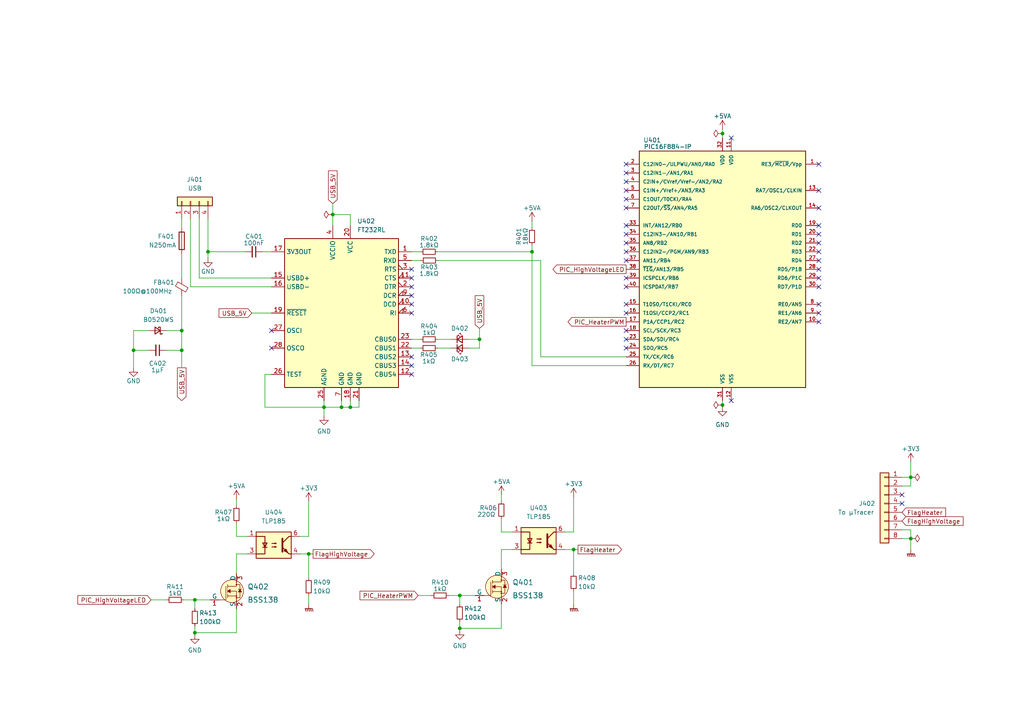
<source format=kicad_sch>
(kicad_sch (version 20211123) (generator eeschema)
  (paper "A4")
  (title_block (title "µTracer PIC Interface") (date "2023-01-04") (company "Retronics - Bjørner Sandom"))
  (lib_symbols
    (symbol "Connector_Generic:Conn_01x04" (pin_names (offset 1.016) hide)
      (property "Reference" "J" (at 0 5.08 0))
      (property "Value" "Conn_01x04" (at 0 -7.62 0))
      (symbol "Conn_01x04_1_1"
        (rectangle (start -1.27 -4.953) (end 0 -5.207) (stroke (width 0.1524)))
        (rectangle (start -1.27 -2.413) (end 0 -2.667) (stroke (width 0.1524)))
        (rectangle (start -1.27 0.127) (end 0 -0.127) (stroke (width 0.1524)))
        (rectangle (start -1.27 2.667) (end 0 2.413) (stroke (width 0.1524)))
        (rectangle (start -1.27 3.81) (end 1.27 -6.35) (stroke (width 0.254)) (fill (type background)))
        (pin passive line (at -5.08 2.54 0) (length 3.81) (name "Pin_1") (number "1"))
        (pin passive line (at -5.08 0 0) (length 3.81) (name "Pin_2") (number "2"))
        (pin passive line (at -5.08 -2.54 0) (length 3.81) (name "Pin_3") (number "3"))
        (pin passive line (at -5.08 -5.08 0) (length 3.81) (name "Pin_4") (number "4"))
      )
    )
    (symbol "Connector_Generic:Conn_01x08" (pin_names (offset 1.016) hide)
      (property "Reference" "J" (at 0 10.16 0))
      (property "Value" "Conn_01x08" (at 0 -12.7 0))
      (symbol "Conn_01x08_1_1"
        (rectangle (start -1.27 -10.033) (end 0 -10.287) (stroke (width 0.1524)))
        (rectangle (start -1.27 -7.493) (end 0 -7.747) (stroke (width 0.1524)))
        (rectangle (start -1.27 -4.953) (end 0 -5.207) (stroke (width 0.1524)))
        (rectangle (start -1.27 -2.413) (end 0 -2.667) (stroke (width 0.1524)))
        (rectangle (start -1.27 0.127) (end 0 -0.127) (stroke (width 0.1524)))
        (rectangle (start -1.27 2.667) (end 0 2.413) (stroke (width 0.1524)))
        (rectangle (start -1.27 5.207) (end 0 4.953) (stroke (width 0.1524)))
        (rectangle (start -1.27 7.747) (end 0 7.493) (stroke (width 0.1524)))
        (rectangle (start -1.27 8.89) (end 1.27 -11.43) (stroke (width 0.254)) (fill (type background)))
        (pin passive line (at -5.08 7.62 0) (length 3.81) (name "Pin_1") (number "1"))
        (pin passive line (at -5.08 5.08 0) (length 3.81) (name "Pin_2") (number "2"))
        (pin passive line (at -5.08 2.54 0) (length 3.81) (name "Pin_3") (number "3"))
        (pin passive line (at -5.08 0 0) (length 3.81) (name "Pin_4") (number "4"))
        (pin passive line (at -5.08 -2.54 0) (length 3.81) (name "Pin_5") (number "5"))
        (pin passive line (at -5.08 -5.08 0) (length 3.81) (name "Pin_6") (number "6"))
        (pin passive line (at -5.08 -7.62 0) (length 3.81) (name "Pin_7") (number "7"))
        (pin passive line (at -5.08 -10.16 0) (length 3.81) (name "Pin_8") (number "8"))
      )
    )
    (symbol "Device:C_Small" (pin_numbers hide) (pin_names (offset 0.254) hide)
      (property "Reference" "C" (at 0.254 1.778 0))
      (property "Value" "C_Small" (at 0.254 -2.032 0))
      (symbol "C_Small_0_1"
        (polyline (pts (xy -1.524 -0.508) (xy 1.524 -0.508)) (stroke (width 0.3302)))
        (polyline (pts (xy -1.524 0.508) (xy 1.524 0.508)) (stroke (width 0.3048)))
      )
      (symbol "C_Small_1_1"
        (pin passive line (at 0 2.54 270) (length 2.032) (name "~") (number "1"))
        (pin passive line (at 0 -2.54 90) (length 2.032) (name "~") (number "2"))
      )
    )
    (symbol "Device:D_Schottky_Small" (pin_numbers hide) (pin_names (offset 0.254) hide)
      (property "Reference" "D" (at -1.27 2.032 0))
      (property "Value" "D_Schottky_Small" (at -7.112 -2.032 0))
      (symbol "D_Schottky_Small_0_1"
        (polyline (pts (xy -0.762 0) (xy 0.762 0)))
        (polyline (pts (xy 0.762 -1.016) (xy -0.762 0) (xy 0.762 1.016) (xy 0.762 -1.016)) (stroke (width 0.254)))
        (polyline (pts (xy -1.27 0.762) (xy -1.27 1.016) (xy -0.762 1.016) (xy -0.762 -1.016) (xy -0.254 -1.016) (xy -0.254 -0.762)) (stroke (width 0.254)))
      )
      (symbol "D_Schottky_Small_1_1"
        (pin passive line (at -2.54 0 0) (length 1.778) (name "K") (number "1"))
        (pin passive line (at 2.54 0 180) (length 1.778) (name "A") (number "2"))
      )
    )
    (symbol "Device:FerriteBead_Small" (pin_numbers hide) (pin_names (offset 0))
      (property "Reference" "FB" (at 1.905 1.27 0))
      (property "Value" "FerriteBead_Small" (at 1.905 -1.27 0))
      (symbol "FerriteBead_Small_0_1"
        (polyline (pts (xy 0 -1.27) (xy 0 -0.7874)))
        (polyline (pts (xy 0 0.889) (xy 0 1.2954)))
        (polyline (pts (xy -1.8288 0.2794) (xy -1.1176 1.4986) (xy 1.8288 -0.2032) (xy 1.1176 -1.4224) (xy -1.8288 0.2794)))
      )
      (symbol "FerriteBead_Small_1_1"
        (pin passive line (at 0 2.54 270) (length 1.27) (name "~") (number "1"))
        (pin passive line (at 0 -2.54 90) (length 1.27) (name "~") (number "2"))
      )
    )
    (symbol "Device:Fuse" (pin_numbers hide) (pin_names (offset 0))
      (property "Reference" "F" (at 2.032 0 90))
      (property "Value" "Fuse" (at -1.905 0 90))
      (symbol "Fuse_0_1"
        (rectangle (start -0.762 -2.54) (end 0.762 2.54) (stroke (width 0.254)))
        (polyline (pts (xy 0 2.54) (xy 0 -2.54)))
      )
      (symbol "Fuse_1_1"
        (pin passive line (at 0 3.81 270) (length 1.27) (name "~") (number "1"))
        (pin passive line (at 0 -3.81 90) (length 1.27) (name "~") (number "2"))
      )
    )
    (symbol "Device:LED_Small" (pin_numbers hide) (pin_names (offset 0.254) hide)
      (property "Reference" "D" (at -1.27 3.175 0))
      (property "Value" "LED_Small" (at -4.445 -2.54 0))
      (symbol "LED_Small_0_1"
        (polyline (pts (xy -0.762 -1.016) (xy -0.762 1.016)) (stroke (width 0.254)))
        (polyline (pts (xy 1.016 0) (xy -0.762 0)))
        (polyline (pts (xy 0.762 -1.016) (xy -0.762 0) (xy 0.762 1.016) (xy 0.762 -1.016)) (stroke (width 0.254)))
        (polyline (pts (xy 0 0.762) (xy -0.508 1.27) (xy -0.254 1.27) (xy -0.508 1.27) (xy -0.508 1.016)))
        (polyline (pts (xy 0.508 1.27) (xy 0 1.778) (xy 0.254 1.778) (xy 0 1.778) (xy 0 1.524)))
      )
      (symbol "LED_Small_1_1"
        (pin passive line (at -2.54 0 0) (length 1.778) (name "K") (number "1"))
        (pin passive line (at 2.54 0 180) (length 1.778) (name "A") (number "2"))
      )
    )
    (symbol "Device:R_Small" (pin_numbers hide) (pin_names (offset 0.254) hide)
      (property "Reference" "R" (at 0.762 0.508 0))
      (property "Value" "R_Small" (at 0.762 -1.016 0))
      (symbol "R_Small_0_1"
        (rectangle (start -0.762 1.778) (end 0.762 -1.778) (stroke (width 0.2032)))
      )
      (symbol "R_Small_1_1"
        (pin passive line (at 0 2.54 270) (length 0.762) (name "~") (number "1"))
        (pin passive line (at 0 -2.54 90) (length 0.762) (name "~") (number "2"))
      )
    )
    (symbol "Interface_USB:FT232RL"
      (property "Reference" "U" (at -16.51 22.86 0))
      (property "Value" "FT232RL" (at 10.16 22.86 0))
      (symbol "FT232RL_0_1"
        (rectangle (start -16.51 21.59) (end 16.51 -21.59) (stroke (width 0.254)) (fill (type background)))
      )
      (symbol "FT232RL_1_1"
        (pin output line (at 20.32 17.78 180) (length 3.81) (name "TXD") (number "1"))
        (pin input input_low (at 20.32 2.54 180) (length 3.81) (name "DCD") (number "10"))
        (pin input input_low (at 20.32 10.16 180) (length 3.81) (name "CTS") (number "11"))
        (pin bidirectional line (at 20.32 -17.78 180) (length 3.81) (name "CBUS4") (number "12"))
        (pin bidirectional line (at 20.32 -12.7 180) (length 3.81) (name "CBUS2") (number "13"))
        (pin bidirectional line (at 20.32 -15.24 180) (length 3.81) (name "CBUS3") (number "14"))
        (pin bidirectional line (at -20.32 10.16 0) (length 3.81) (name "USBD+") (number "15"))
        (pin bidirectional line (at -20.32 7.62 0) (length 3.81) (name "USBD-") (number "16"))
        (pin power_out line (at -20.32 17.78 0) (length 3.81) (name "3V3OUT") (number "17"))
        (pin power_in line (at 2.54 -25.4 90) (length 3.81) (name "GND") (number "18"))
        (pin input line (at -20.32 0 0) (length 3.81) (name "~{RESET}") (number "19"))
        (pin output output_low (at 20.32 7.62 180) (length 3.81) (name "DTR") (number "2"))
        (pin power_in line (at 2.54 25.4 270) (length 3.81) (name "VCC") (number "20"))
        (pin power_in line (at 5.08 -25.4 90) (length 3.81) (name "GND") (number "21"))
        (pin bidirectional line (at 20.32 -10.16 180) (length 3.81) (name "CBUS1") (number "22"))
        (pin bidirectional line (at 20.32 -7.62 180) (length 3.81) (name "CBUS0") (number "23"))
        (pin power_in line (at -5.08 -25.4 90) (length 3.81) (name "AGND") (number "25"))
        (pin input line (at -20.32 -17.78 0) (length 3.81) (name "TEST") (number "26"))
        (pin input line (at -20.32 -5.08 0) (length 3.81) (name "OSCI") (number "27"))
        (pin output line (at -20.32 -10.16 0) (length 3.81) (name "OSCO") (number "28"))
        (pin output output_low (at 20.32 12.7 180) (length 3.81) (name "RTS") (number "3"))
        (pin power_in line (at -2.54 25.4 270) (length 3.81) (name "VCCIO") (number "4"))
        (pin input line (at 20.32 15.24 180) (length 3.81) (name "RXD") (number "5"))
        (pin input input_low (at 20.32 0 180) (length 3.81) (name "RI") (number "6"))
        (pin power_in line (at 0 -25.4 90) (length 3.81) (name "GND") (number "7"))
        (pin input input_low (at 20.32 5.08 180) (length 3.81) (name "DCR") (number "9"))
      )
    )
    (symbol "Isolator:TLP185"
      (property "Reference" "U" (at -5.08 5.08 0))
      (property "Value" "TLP185" (at -5.08 -5.08 0))
      (symbol "TLP185_0_1"
        (rectangle (start -5.08 3.81) (end 5.08 -3.81) (stroke (width 0.254)) (fill (type background)))
        (polyline (pts (xy -3.175 -0.635) (xy -1.905 -0.635)) (stroke (width 0.254)))
        (polyline (pts (xy 2.54 1.905) (xy 2.54 -1.905) (xy 2.54 -1.905)) (stroke (width 0.508)))
        (polyline (pts (xy 5.08 -2.54) (xy 4.445 -2.54) (xy 2.54 -0.635)) (stroke (width 0.254)))
        (polyline (pts (xy 5.08 2.54) (xy 4.445 2.54) (xy 2.54 0.635)) (stroke (width 0.254)))
        (polyline (pts (xy -5.08 -2.54) (xy -2.54 -2.54) (xy -2.54 2.54) (xy -5.08 2.54)) (stroke (width 0.254)))
        (polyline (pts (xy -2.54 -0.635) (xy -3.175 0.635) (xy -1.905 0.635) (xy -2.54 -0.635)) (stroke (width 0.254)))
        (polyline (pts (xy -0.508 -0.508) (xy 0.762 -0.508) (xy 0.381 -0.635) (xy 0.381 -0.381) (xy 0.762 -0.508)) (stroke (width 0.254)))
        (polyline (pts (xy -0.508 0.508) (xy 0.762 0.508) (xy 0.381 0.381) (xy 0.381 0.635) (xy 0.762 0.508)) (stroke (width 0.254)))
        (polyline (pts (xy 3.048 -1.651) (xy 3.556 -1.143) (xy 4.064 -2.159) (xy 3.048 -1.651) (xy 3.048 -1.651)) (stroke (width 0.254)) (fill (type outline)))
      )
      (symbol "TLP185_1_1"
        (pin passive line (at -7.62 2.54 0) (length 2.54) (name "~") (number "1"))
        (pin passive line (at -7.62 -2.54 0) (length 2.54) (name "~") (number "3"))
        (pin passive line (at 7.62 -2.54 180) (length 2.54) (name "~") (number "4"))
        (pin passive line (at 7.62 2.54 180) (length 2.54) (name "~") (number "6"))
      )
    )
    (symbol "MCU_Microchip_PIC16:PIC16F884-IP" (pin_names (offset 1.016))
      (property "Reference" "U" (at 6.35 38.1 0))
      (property "Value" "PIC16F884-IP" (at 6.35 35.56 0))
      (symbol "PIC16F884-IP_0_1"
        (rectangle (start -24.13 -34.29) (end 24.13 34.29) (stroke (width 0.254)) (fill (type background)))
      )
      (symbol "PIC16F884-IP_1_1"
        (pin input line (at -27.94 30.48 0) (length 3.81) (name "RE3/~{MCLR}/Vpp") (number "1"))
        (pin bidirectional line (at -27.94 -15.24 0) (length 3.81) (name "RE2/AN7") (number "10"))
        (pin power_in line (at -2.54 38.1 270) (length 3.81) (name "VDD") (number "11"))
        (pin power_in line (at -2.54 -38.1 90) (length 3.81) (name "VSS") (number "12"))
        (pin bidirectional line (at -27.94 22.86 0) (length 3.81) (name "RA7/OSC1/CLKIN") (number "13"))
        (pin bidirectional line (at -27.94 17.78 0) (length 3.81) (name "RA6/OSC2/CLKOUT") (number "14"))
        (pin bidirectional line (at 27.94 -10.16 180) (length 3.81) (name "T10S0/T1CKI/RC0") (number "15"))
        (pin bidirectional line (at 27.94 -12.7 180) (length 3.81) (name "T1OSI/CCP2/RC1") (number "16"))
        (pin bidirectional line (at 27.94 -15.24 180) (length 3.81) (name "P1A/CCP1/RC2") (number "17"))
        (pin bidirectional line (at 27.94 -17.78 180) (length 3.81) (name "SCL/SCK/RC3") (number "18"))
        (pin bidirectional line (at -27.94 12.7 0) (length 3.81) (name "RD0") (number "19"))
        (pin bidirectional line (at 27.94 30.48 180) (length 3.81) (name "C12IN0-/ULPWU/AN0/RA0") (number "2"))
        (pin bidirectional line (at -27.94 10.16 0) (length 3.81) (name "RD1") (number "20"))
        (pin bidirectional line (at -27.94 7.62 0) (length 3.81) (name "RD2") (number "21"))
        (pin bidirectional line (at -27.94 5.08 0) (length 3.81) (name "RD3") (number "22"))
        (pin bidirectional line (at 27.94 -20.32 180) (length 3.81) (name "SDA/SDI/RC4") (number "23"))
        (pin bidirectional line (at 27.94 -22.86 180) (length 3.81) (name "SDO/RC5") (number "24"))
        (pin bidirectional line (at 27.94 -25.4 180) (length 3.81) (name "TX/CK/RC6") (number "25"))
        (pin bidirectional line (at 27.94 -27.94 180) (length 3.81) (name "RX/DT/RC7") (number "26"))
        (pin bidirectional line (at -27.94 2.54 0) (length 3.81) (name "RD4") (number "27"))
        (pin bidirectional line (at -27.94 0 0) (length 3.81) (name "RD5/P1B") (number "28"))
        (pin bidirectional line (at -27.94 -2.54 0) (length 3.81) (name "RD6/P1C") (number "29"))
        (pin bidirectional line (at 27.94 27.94 180) (length 3.81) (name "C12IN1-/AN1/RA1") (number "3"))
        (pin bidirectional line (at -27.94 -5.08 0) (length 3.81) (name "RD7/P1D") (number "30"))
        (pin power_in line (at 0 -38.1 90) (length 3.81) (name "VSS") (number "31"))
        (pin power_in line (at 0 38.1 270) (length 3.81) (name "VDD") (number "32"))
        (pin bidirectional line (at 27.94 12.7 180) (length 3.81) (name "INT/AN12/RB0") (number "33"))
        (pin bidirectional line (at 27.94 10.16 180) (length 3.81) (name "C12IN3-/AN10/RB1") (number "34"))
        (pin bidirectional line (at 27.94 7.62 180) (length 3.81) (name "AN8/RB2") (number "35"))
        (pin bidirectional line (at 27.94 5.08 180) (length 3.81) (name "C12IN2-/PGM/AN9/RB3") (number "36"))
        (pin bidirectional line (at 27.94 2.54 180) (length 3.81) (name "AN11/RB4") (number "37"))
        (pin bidirectional line (at 27.94 0 180) (length 3.81) (name "~{T1G}/AN13/RB5") (number "38"))
        (pin bidirectional line (at 27.94 -2.54 180) (length 3.81) (name "ICSPCLK/RB6") (number "39"))
        (pin bidirectional line (at 27.94 25.4 180) (length 3.81) (name "C2IN+/CVref/Vref-/AN2/RA2") (number "4"))
        (pin bidirectional line (at 27.94 -5.08 180) (length 3.81) (name "ICSPDAT/RB7") (number "40"))
        (pin bidirectional line (at 27.94 22.86 180) (length 3.81) (name "C1IN+/Vref+/AN3/RA3") (number "5"))
        (pin bidirectional line (at 27.94 20.32 180) (length 3.81) (name "C1OUT/T0CKI/RA4") (number "6"))
        (pin bidirectional line (at 27.94 17.78 180) (length 3.81) (name "C2OUT/~{SS}/AN4/RA5") (number "7"))
        (pin bidirectional line (at -27.94 -10.16 0) (length 3.81) (name "RE0/AN5") (number "8"))
        (pin bidirectional line (at -27.94 -12.7 0) (length 3.81) (name "RE1/AN6") (number "9"))
      )
    )
    (symbol "dk_Transistors-FETs-MOSFETs-Single:BSS138" (pin_names (offset 0))
      (property "Reference" "Q" (at -2.6924 3.6322 0))
      (property "Value" "BSS138" (at 3.4544 0 90))
      (symbol "BSS138_0_1"
        (circle (center -1.27 0) (radius 3.302) (fill (type background)))
        (circle (center 0 -1.905) (radius 0.127))
        (circle (center 0 -1.397) (radius 0.127))
        (polyline (pts (xy 0 -1.397) (xy -2.54 -1.397)))
        (polyline (pts (xy -5.08 -2.54) (xy -3.048 -2.54) (xy -3.048 1.397)))
        (polyline (pts (xy 0 -2.54) (xy 0 0) (xy -2.54 0)))
        (polyline (pts (xy 0 2.54) (xy 0 1.397) (xy -2.54 1.397)))
        (polyline (pts (xy -0.127 -1.905) (xy 1.016 -1.905) (xy 1.016 1.397) (xy 1.016 1.905) (xy -0.127 1.905)))
        (circle (center 0 1.905) (radius 0.127))
      )
      (symbol "BSS138_1_1"
        (polyline (pts (xy -2.54 -1.397) (xy -2.54 -1.905)))
        (polyline (pts (xy -2.54 -1.397) (xy -2.54 -0.889)))
        (polyline (pts (xy -2.54 0) (xy -2.54 -0.508)))
        (polyline (pts (xy -2.54 0) (xy -2.54 0.508)))
        (polyline (pts (xy -2.54 1.905) (xy -2.54 0.889)))
        (polyline (pts (xy 1.524 0.508) (xy 0.508 0.508)))
        (polyline (pts (xy -2.54 0) (xy -1.778 0.508) (xy -1.778 -0.508) (xy -2.54 0)) (fill (type outline)))
        (polyline (pts (xy 1.016 0.508) (xy 0.508 -0.254) (xy 1.524 -0.254) (xy 1.016 0.508)) (fill (type outline)))
        (pin bidirectional line (at -7.62 -2.54 0) (length 2.54) (name "G") (number "1"))
        (pin bidirectional line (at 0 -5.08 90) (length 2.54) (name "S") (number "2"))
        (pin bidirectional line (at 0 5.08 270) (length 2.54) (name "D") (number "3"))
      )
    )
    (symbol "power:+3.3V" (power) (pin_names (offset 0))
      (property "Value" "+3.3V" (at 0 3.556 0))
      (symbol "+3.3V_0_1"
        (polyline (pts (xy -0.762 1.27) (xy 0 2.54)))
        (polyline (pts (xy 0 0) (xy 0 2.54)))
        (polyline (pts (xy 0 2.54) (xy 0.762 1.27)))
      )
      (symbol "+3.3V_1_1"
        (pin power_in line (at 0 0 90) (length 0) hide (name "+3V3") (number "1"))
      )
    )
    (symbol "power:+5VA" (power) (pin_names (offset 0))
      (property "Value" "+5VA" (at 0 3.556 0))
      (symbol "+5VA_0_1"
        (polyline (pts (xy -0.762 1.27) (xy 0 2.54)))
        (polyline (pts (xy 0 0) (xy 0 2.54)))
        (polyline (pts (xy 0 2.54) (xy 0.762 1.27)))
      )
      (symbol "+5VA_1_1"
        (pin power_in line (at 0 0 90) (length 0) hide (name "+5VA") (number "1"))
      )
    )
    (symbol "power:GND" (power) (pin_names (offset 0))
      (property "Value" "GND" (at 0 -3.81 0))
      (symbol "GND_0_1"
        (polyline (pts (xy 0 0) (xy 0 -1.27) (xy 1.27 -1.27) (xy 0 -2.54) (xy -1.27 -1.27) (xy 0 -1.27)))
      )
      (symbol "GND_1_1"
        (pin power_in line (at 0 0 270) (length 0) hide (name "GND") (number "1"))
      )
    )
    (symbol "power:GNDPWR" (power) (pin_names (offset 0))
      (property "Value" "GNDPWR" (at 0 -3.302 0))
      (symbol "GNDPWR_0_1"
        (polyline (pts (xy 0 -1.27) (xy 0 0)))
        (polyline (pts (xy -1.016 -1.27) (xy -1.27 -2.032) (xy -1.27 -2.032)) (stroke (width 0.2032)))
        (polyline (pts (xy -0.508 -1.27) (xy -0.762 -2.032) (xy -0.762 -2.032)) (stroke (width 0.2032)))
        (polyline (pts (xy 0 -1.27) (xy -0.254 -2.032) (xy -0.254 -2.032)) (stroke (width 0.2032)))
        (polyline (pts (xy 0.508 -1.27) (xy 0.254 -2.032) (xy 0.254 -2.032)) (stroke (width 0.2032)))
        (polyline (pts (xy 1.016 -1.27) (xy -1.016 -1.27) (xy -1.016 -1.27)) (stroke (width 0.2032)))
        (polyline (pts (xy 1.016 -1.27) (xy 0.762 -2.032) (xy 0.762 -2.032) (xy 0.762 -2.032)) (stroke (width 0.2032)))
      )
      (symbol "GNDPWR_1_1"
        (pin power_in line (at 0 0 270) (length 0) hide (name "GNDPWR") (number "1"))
      )
    )
    (symbol "power:PWR_FLAG" (power) (pin_numbers hide) (pin_names (offset 0) hide)
      (property "Value" "PWR_FLAG" (at 0 3.81 0))
      (symbol "PWR_FLAG_0_0"
        (pin power_out line (at 0 0 90) (length 0) (name "pwr") (number "1"))
      )
      (symbol "PWR_FLAG_0_1"
        (polyline (pts (xy 0 0) (xy 0 1.27) (xy -1.016 1.905) (xy 0 2.54) (xy 1.016 1.905) (xy 0 1.27)))
      )
    )
  )
  (junction (at 209.55 38.735))
  (junction (at 99.06 118.11))
  (junction (at 38.735 101.6))
  (junction (at 93.98 118.11))
  (junction (at 56.515 173.99))
  (junction (at 154.305 73.025))
  (junction (at 166.37 159.385))
  (junction (at 264.16 156.21))
  (junction (at 52.705 101.6))
  (junction (at 89.535 160.655))
  (junction (at 264.16 138.43))
  (junction (at 133.35 172.72))
  (junction (at 52.705 95.885))
  (junction (at 209.55 117.475))
  (junction (at 101.6 118.11))
  (junction (at 139.065 98.425))
  (junction (at 60.325 73.025))
  (junction (at 133.35 182.245))
  (junction (at 56.515 183.515))
  (junction (at 96.52 62.23))
  (no_connect (at 237.49 90.805))
  (no_connect (at 237.49 93.345))
  (no_connect (at 237.49 88.265))
  (no_connect (at 181.61 47.625))
  (no_connect (at 237.49 65.405))
  (no_connect (at 119.38 78.105))
  (no_connect (at 237.49 47.625))
  (no_connect (at 181.61 73.025))
  (no_connect (at 181.61 67.945))
  (no_connect (at 181.61 90.805))
  (no_connect (at 78.74 95.885))
  (no_connect (at 237.49 60.325))
  (no_connect (at 78.74 100.965))
  (no_connect (at 181.61 100.965))
  (no_connect (at 181.61 52.705))
  (no_connect (at 212.09 40.005))
  (no_connect (at 237.49 70.485))
  (no_connect (at 119.38 90.805))
  (no_connect (at 181.61 80.645))
  (no_connect (at 181.61 88.265))
  (no_connect (at 181.61 55.245))
  (no_connect (at 181.61 50.165))
  (no_connect (at 119.38 106.045))
  (no_connect (at 119.38 88.265))
  (no_connect (at 181.61 60.325))
  (no_connect (at 181.61 98.425))
  (no_connect (at 237.49 73.025))
  (no_connect (at 237.49 75.565))
  (no_connect (at 181.61 57.785))
  (no_connect (at 237.49 78.105))
  (no_connect (at 119.38 80.645))
  (no_connect (at 261.62 143.51))
  (no_connect (at 261.62 146.05))
  (no_connect (at 237.49 83.185))
  (no_connect (at 212.09 116.205))
  (no_connect (at 119.38 83.185))
  (no_connect (at 181.61 95.885))
  (no_connect (at 237.49 80.645))
  (no_connect (at 119.38 108.585))
  (no_connect (at 119.38 85.725))
  (no_connect (at 237.49 55.245))
  (no_connect (at 119.38 103.505))
  (no_connect (at 237.49 67.945))
  (no_connect (at 181.61 83.185))
  (no_connect (at 181.61 70.485))
  (no_connect (at 181.61 75.565))
  (no_connect (at 181.61 65.405))
  (wire (pts (xy 145.415 143.51) (xy 145.415 145.415)))
  (wire (pts (xy 89.535 160.655) (xy 89.535 167.64)))
  (wire (pts (xy 135.89 98.425) (xy 139.065 98.425)))
  (wire (pts (xy 209.55 116.205) (xy 209.55 117.475)))
  (wire (pts (xy 133.35 175.26) (xy 133.35 172.72)))
  (wire (pts (xy 121.92 73.025) (xy 119.38 73.025)))
  (wire (pts (xy 76.835 108.585) (xy 76.835 118.11)))
  (wire (pts (xy 145.415 159.385) (xy 148.59 159.385)))
  (wire (pts (xy 52.705 73.66) (xy 52.705 80.645)))
  (wire (pts (xy 60.325 63.5) (xy 60.325 73.025)))
  (wire (pts (xy 48.26 95.885) (xy 52.705 95.885)))
  (wire (pts (xy 89.535 172.72) (xy 89.535 175.26)))
  (wire (pts (xy 154.305 106.045) (xy 154.305 73.025)))
  (wire (pts (xy 56.515 183.515) (xy 56.515 181.61)))
  (wire (pts (xy 209.55 117.475) (xy 209.55 118.11)))
  (wire (pts (xy 181.61 106.045) (xy 154.305 106.045)))
  (wire (pts (xy 209.55 37.465) (xy 209.55 38.735)))
  (wire (pts (xy 93.98 118.11) (xy 93.98 120.65)))
  (wire (pts (xy 57.785 80.645) (xy 78.74 80.645)))
  (wire (pts (xy 52.705 95.885) (xy 52.705 101.6)))
  (wire (pts (xy 60.325 73.025) (xy 60.325 74.93)))
  (wire (pts (xy 96.52 62.23) (xy 96.52 65.405)))
  (wire (pts (xy 133.35 172.72) (xy 137.795 172.72)))
  (wire (pts (xy 38.735 101.6) (xy 38.735 106.68)))
  (wire (pts (xy 154.305 73.025) (xy 127 73.025)))
  (wire (pts (xy 38.735 101.6) (xy 43.18 101.6)))
  (wire (pts (xy 55.245 83.185) (xy 78.74 83.185)))
  (wire (pts (xy 68.58 160.655) (xy 71.755 160.655)))
  (wire (pts (xy 133.35 182.88) (xy 133.35 182.245)))
  (wire (pts (xy 163.83 154.305) (xy 166.37 154.305)))
  (wire (pts (xy 139.065 100.965) (xy 135.89 100.965)))
  (wire (pts (xy 139.065 95.25) (xy 139.065 98.425)))
  (wire (pts (xy 76.2 73.025) (xy 78.74 73.025)))
  (wire (pts (xy 52.705 63.5) (xy 52.705 66.04)))
  (wire (pts (xy 145.415 150.495) (xy 145.415 154.305)))
  (wire (pts (xy 264.16 138.43) (xy 261.62 138.43)))
  (wire (pts (xy 93.98 116.205) (xy 93.98 118.11)))
  (wire (pts (xy 154.305 71.12) (xy 154.305 73.025)))
  (wire (pts (xy 96.52 59.055) (xy 96.52 62.23)))
  (wire (pts (xy 119.38 98.425) (xy 121.92 98.425)))
  (wire (pts (xy 133.35 182.245) (xy 145.415 182.245)))
  (wire (pts (xy 52.705 101.6) (xy 52.705 106.68)))
  (wire (pts (xy 55.245 63.5) (xy 55.245 83.185)))
  (wire (pts (xy 264.16 159.385) (xy 264.16 156.21)))
  (wire (pts (xy 76.835 118.11) (xy 93.98 118.11)))
  (wire (pts (xy 53.34 173.99) (xy 56.515 173.99)))
  (wire (pts (xy 73.025 90.805) (xy 78.74 90.805)))
  (wire (pts (xy 52.705 85.725) (xy 52.705 95.885)))
  (wire (pts (xy 209.55 38.735) (xy 209.55 40.005)))
  (wire (pts (xy 101.6 62.23) (xy 96.52 62.23)))
  (wire (pts (xy 93.98 118.11) (xy 99.06 118.11)))
  (wire (pts (xy 145.415 182.245) (xy 145.415 175.26)))
  (wire (pts (xy 89.535 160.655) (xy 90.805 160.655)))
  (wire (pts (xy 121.285 172.72) (xy 125.095 172.72)))
  (wire (pts (xy 68.58 166.37) (xy 68.58 160.655)))
  (wire (pts (xy 264.16 133.985) (xy 264.16 138.43)))
  (wire (pts (xy 86.995 160.655) (xy 89.535 160.655)))
  (wire (pts (xy 43.815 173.99) (xy 48.26 173.99)))
  (wire (pts (xy 156.845 103.505) (xy 156.845 75.565)))
  (wire (pts (xy 261.62 153.67) (xy 264.16 153.67)))
  (wire (pts (xy 119.38 100.965) (xy 121.92 100.965)))
  (wire (pts (xy 163.83 159.385) (xy 166.37 159.385)))
  (wire (pts (xy 133.35 182.245) (xy 133.35 180.34)))
  (wire (pts (xy 60.325 73.025) (xy 71.12 73.025)))
  (wire (pts (xy 68.58 151.765) (xy 68.58 155.575)))
  (wire (pts (xy 68.58 183.515) (xy 68.58 176.53)))
  (wire (pts (xy 56.515 183.515) (xy 68.58 183.515)))
  (wire (pts (xy 56.515 176.53) (xy 56.515 173.99)))
  (wire (pts (xy 166.37 159.385) (xy 167.64 159.385)))
  (wire (pts (xy 101.6 65.405) (xy 101.6 62.23)))
  (wire (pts (xy 78.74 108.585) (xy 76.835 108.585)))
  (wire (pts (xy 68.58 144.78) (xy 68.58 146.685)))
  (wire (pts (xy 264.16 156.21) (xy 261.62 156.21)))
  (wire (pts (xy 127 100.965) (xy 130.81 100.965)))
  (wire (pts (xy 145.415 154.305) (xy 148.59 154.305)))
  (wire (pts (xy 264.16 140.97) (xy 264.16 138.43)))
  (wire (pts (xy 156.845 75.565) (xy 127.0833 75.565)))
  (wire (pts (xy 127 98.425) (xy 130.81 98.425)))
  (wire (pts (xy 68.58 155.575) (xy 71.755 155.575)))
  (wire (pts (xy 166.37 159.385) (xy 166.37 166.37)))
  (wire (pts (xy 99.06 116.205) (xy 99.06 118.11)))
  (wire (pts (xy 56.515 173.99) (xy 60.96 173.99)))
  (wire (pts (xy 154.305 64.135) (xy 154.305 66.04)))
  (wire (pts (xy 122.0033 75.565) (xy 119.38 75.565)))
  (wire (pts (xy 48.26 101.6) (xy 52.705 101.6)))
  (wire (pts (xy 139.065 98.425) (xy 139.065 100.965)))
  (wire (pts (xy 145.415 165.1) (xy 145.415 159.385)))
  (wire (pts (xy 264.16 153.67) (xy 264.16 156.21)))
  (wire (pts (xy 57.785 63.5) (xy 57.785 80.645)))
  (wire (pts (xy 38.735 95.885) (xy 38.735 101.6)))
  (wire (pts (xy 130.175 172.72) (xy 133.35 172.72)))
  (wire (pts (xy 99.06 118.11) (xy 101.6 118.11)))
  (wire (pts (xy 101.6 116.205) (xy 101.6 118.11)))
  (wire (pts (xy 101.6 118.11) (xy 104.14 118.11)))
  (wire (pts (xy 104.14 118.11) (xy 104.14 116.205)))
  (wire (pts (xy 181.61 103.505) (xy 156.845 103.505)))
  (wire (pts (xy 261.62 140.97) (xy 264.16 140.97)))
  (wire (pts (xy 166.37 144.145) (xy 166.37 154.305)))
  (wire (pts (xy 166.37 171.45) (xy 166.37 175.26)))
  (wire (pts (xy 86.995 155.575) (xy 89.535 155.575)))
  (wire (pts (xy 89.535 145.415) (xy 89.535 155.575)))
  (wire (pts (xy 38.735 95.885) (xy 43.18 95.885)))
  (wire (pts (xy 56.515 184.15) (xy 56.515 183.515)))
  (global_label "PIC_HighVoltageLED" (shape output) (at 181.61 78.105 180) (property "Intersheet References" "${INTERSHEET_REFS}" (effects hide)))
  (global_label "PIC_HighVoltageLED" (shape input) (at 43.815 173.99 180) (property "Intersheet References" "${INTERSHEET_REFS}" (effects hide)))
  (global_label "USB_5V" (shape input) (at 139.065 95.25 90) (property "Intersheet References" "${INTERSHEET_REFS}" (effects hide)))
  (global_label "USB_5V" (shape input) (at 96.52 59.055 90) (property "Intersheet References" "${INTERSHEET_REFS}" (effects hide)))
  (global_label "FlagHighVoltage" (shape input) (at 261.62 151.13 0) (property "Intersheet References" "${INTERSHEET_REFS}" (effects hide)))
  (global_label "PIC_HeaterPWM" (shape input) (at 121.285 172.72 180) (property "Intersheet References" "${INTERSHEET_REFS}" (effects hide)))
  (global_label "FlagHighVoltage" (shape output) (at 90.805 160.655 0) (property "Intersheet References" "${INTERSHEET_REFS}" (effects hide)))
  (global_label "FlagHeater" (shape input) (at 261.62 148.59 0) (property "Intersheet References" "${INTERSHEET_REFS}" (effects hide)))
  (global_label "FlagHeater" (shape output) (at 167.64 159.385 0) (property "Intersheet References" "${INTERSHEET_REFS}" (effects hide)))
  (global_label "USB_5V" (shape input) (at 73.025 90.805 180) (property "Intersheet References" "${INTERSHEET_REFS}" (effects hide)))
  (global_label "PIC_HeaterPWM" (shape output) (at 181.61 93.345 180) (property "Intersheet References" "${INTERSHEET_REFS}" (effects hide)))
  (global_label "USB_5V" (shape output) (at 52.705 106.68 270) (property "Intersheet References" "${INTERSHEET_REFS}" (effects hide)))
  (symbol (lib_id "Device:LED_Small") (at 133.35 100.965 0) (mirror x) (unit 1)
    (property "Reference" "D403" (at 133.35 104.14 0))
    (property "Value" "LED_Small" (effects hide))
    (property "Footprint" "LED_SMD:LED_0603_1608Metric_Pad1.05x0.95mm_HandSolder" (effects hide))
  )
  (symbol (lib_id "Device:LED_Small") (at 133.35 98.425 0) (unit 1)
    (property "Reference" "D402" (at 133.35 95.25 0))
    (property "Value" "LED_Small" (effects hide))
    (property "Footprint" "LED_SMD:LED_0603_1608Metric_Pad1.05x0.95mm_HandSolder" (effects hide))
  )
  (symbol (lib_id "Device:FerriteBead_Small") (at 52.705 83.185 180) (unit 1)
    (property "Reference" "FB401" (at 44.45 81.915 0) (effects (justify right)))
    (property "Value" "100Ω@100MHz" (at 35.56 84.455 0) (effects (justify right)))
    (property "Footprint" "Inductor_SMD:L_0603_1608Metric_Pad1.05x0.95mm_HandSolder" (effects hide))
  )
  (symbol (lib_id "power:PWR_FLAG") (at 264.16 156.21 270) (unit 1)
    (property "Reference" "#FLG0405" (effects hide))
    (property "Value" "PWR_FLAG" (effects hide))
  )
  (symbol (lib_id "power:+5VA") (at 209.55 37.465 0) (unit 1)
    (property "Reference" "#PWR0401" (effects hide))
    (property "Value" "+5VA" (at 209.55 33.655 0))
  )
  (symbol (lib_id "power:PWR_FLAG") (at 96.52 62.23 90) (unit 1)
    (property "Reference" "#FLG0402" (effects hide))
    (property "Value" "PWR_FLAG" (effects hide))
  )
  (symbol (lib_id "power:GND") (at 38.735 106.68 0) (mirror y) (unit 1)
    (property "Reference" "#PWR0404" (effects hide))
    (property "Value" "GND" (at 38.735 110.49 0))
  )
  (symbol (lib_id "dk_Transistors-FETs-MOSFETs-Single:BSS138") (at 145.415 170.18 0) (unit 1)
    (property "Reference" "Q401" (at 148.59 168.91 0) (effects (font (size 1.524 1.524)) (justify left)))
    (property "Value" "BSS138" (at 148.59 172.72 0) (effects (font (size 1.524 1.524)) (justify left)))
    (property "Footprint" "digikey-footprints:SOT-23-3" (effects hide))
    (property "Datasheet" "https://www.onsemi.com/pub/Collateral/BSS138-D.PDF" (effects hide))
    (property "Digi-Key_PN" "BSS138CT-ND" (effects hide))
    (property "MPN" "BSS138" (effects hide))
    (property "Category" "Discrete Semiconductor Products" (effects hide))
    (property "Family" "Transistors - FETs, MOSFETs - Single" (effects hide))
    (property "DK_Datasheet_Link" "https://www.onsemi.com/pub/Collateral/BSS138-D.PDF" (effects hide))
    (property "DK_Detail_Page" "/product-detail/en/on-semiconductor/BSS138/BSS138CT-ND/244294" (effects hide))
    (property "Description" "MOSFET N-CH 50V 220MA SOT-23" (effects hide))
    (property "Manufacturer" "ON Semiconductor" (effects hide))
    (property "Status" "Active" (effects hide))
  )
  (symbol (lib_id "Device:Fuse") (at 52.705 69.85 0) (unit 1)
    (property "Reference" "F401" (at 45.72 68.58 0) (effects (justify left)))
    (property "Value" "N250mA" (at 43.18 71.12 0) (effects (justify left)))
    (property "Footprint" "Fuse:Fuse_1206_3216Metric_Pad1.42x1.75mm_HandSolder" (effects hide))
  )
  (symbol (lib_id "Device:R_Small") (at 124.46 100.965 270) (unit 1)
    (property "Reference" "R405" (at 124.3767 102.87 90))
    (property "Value" "1kΩ" (at 124.3767 104.775 90))
    (property "Footprint" "Resistor_SMD:R_0603_1608Metric_Pad0.98x0.95mm_HandSolder" (effects hide))
  )
  (symbol (lib_id "power:GND") (at 133.35 182.88 0) (mirror y) (unit 1)
    (property "Reference" "#PWR0415" (effects hide))
    (property "Value" "GND" (at 133.35 187.325 0))
  )
  (symbol (lib_id "Device:R_Small") (at 133.35 177.8 0) (unit 1)
    (property "Reference" "R412" (at 134.62 176.53 0) (effects (justify left)))
    (property "Value" "100kΩ" (at 134.62 179.07 0) (effects (justify left)))
    (property "Footprint" "Resistor_SMD:R_0603_1608Metric_Pad0.98x0.95mm_HandSolder" (effects hide))
  )
  (symbol (lib_id "Device:R_Small") (at 166.37 168.91 0) (unit 1)
    (property "Reference" "R408" (at 167.64 167.64 0) (effects (justify left)))
    (property "Value" "10kΩ" (at 167.64 170.18 0) (effects (justify left)))
    (property "Footprint" "Resistor_SMD:R_0603_1608Metric_Pad0.98x0.95mm_HandSolder" (effects hide))
  )
  (symbol (lib_id "Device:R_Small") (at 145.415 147.955 0) (unit 1)
    (property "Reference" "R406" (at 139.065 147.32 0) (effects (justify left)))
    (property "Value" "220Ω" (at 138.43 149.225 0) (effects (justify left)))
    (property "Footprint" "Resistor_SMD:R_0603_1608Metric_Pad0.98x0.95mm_HandSolder" (effects hide))
  )
  (symbol (lib_id "Device:R_Small") (at 124.5433 75.565 270) (unit 1)
    (property "Reference" "R403" (at 124.46 77.47 90))
    (property "Value" "1.8kΩ" (at 124.46 79.375 90))
    (property "Footprint" "Resistor_SMD:R_0603_1608Metric_Pad0.98x0.95mm_HandSolder" (effects hide))
  )
  (symbol (lib_id "power:+3.3V") (at 166.37 144.145 0) (mirror y) (unit 1)
    (property "Reference" "#PWR0409" (effects hide))
    (property "Value" "+3.3V" (at 166.37 140.335 0))
  )
  (symbol (lib_id "Device:R_Small") (at 127.635 172.72 90) (unit 1)
    (property "Reference" "R410" (at 127.635 168.91 90))
    (property "Value" "1kΩ" (at 127.635 170.815 90))
    (property "Footprint" "Resistor_SMD:R_0603_1608Metric_Pad0.98x0.95mm_HandSolder" (effects hide))
  )
  (symbol (lib_id "power:+5VA") (at 68.58 144.78 0) (unit 1)
    (property "Reference" "#PWR0410" (effects hide))
    (property "Value" "+5VA" (at 68.58 140.97 0))
  )
  (symbol (lib_id "Device:R_Small") (at 124.46 73.025 90) (unit 1)
    (property "Reference" "R402" (at 124.46 69.215 90))
    (property "Value" "1.8kΩ" (at 124.46 71.12 90))
    (property "Footprint" "Resistor_SMD:R_0603_1608Metric_Pad0.98x0.95mm_HandSolder" (effects hide))
  )
  (symbol (lib_id "power:GNDPWR") (at 89.535 175.26 0) (mirror y) (unit 1)
    (property "Reference" "#PWR0413" (effects hide))
    (property "Value" "GNDPWR" (effects hide))
  )
  (symbol (lib_id "Device:R_Small") (at 154.305 68.58 180) (unit 1)
    (property "Reference" "R401" (at 150.495 68.58 90))
    (property "Value" "18kΩ" (at 152.4 68.58 90))
    (property "Footprint" "Resistor_SMD:R_0603_1608Metric_Pad0.98x0.95mm_HandSolder" (effects hide))
  )
  (symbol (lib_id "power:+5VA") (at 145.415 143.51 0) (unit 1)
    (property "Reference" "#PWR0408" (effects hide))
    (property "Value" "+5VA" (at 145.415 139.7 0))
  )
  (symbol (lib_id "power:+3.3V") (at 89.535 145.415 0) (mirror y) (unit 1)
    (property "Reference" "#PWR0411" (effects hide))
    (property "Value" "+3.3V" (at 89.535 141.605 0))
  )
  (symbol (lib_id "Device:R_Small") (at 50.8 173.99 90) (unit 1)
    (property "Reference" "R411" (at 50.8 170.18 90))
    (property "Value" "1kΩ" (at 50.8 172.085 90))
    (property "Footprint" "Resistor_SMD:R_0603_1608Metric_Pad0.98x0.95mm_HandSolder" (effects hide))
  )
  (symbol (lib_id "power:GNDPWR") (at 264.16 159.385 0) (mirror y) (unit 1)
    (property "Reference" "#PWR0412" (effects hide))
    (property "Value" "GNDPWR" (effects hide))
  )
  (symbol (lib_id "power:GND") (at 60.325 74.93 0) (mirror y) (unit 1)
    (property "Reference" "#PWR0403" (effects hide))
    (property "Value" "GND" (at 60.325 78.74 0))
  )
  (symbol (lib_id "power:PWR_FLAG") (at 209.55 117.475 90) (unit 1)
    (property "Reference" "#FLG0403" (effects hide))
    (property "Value" "PWR_FLAG" (effects hide))
  )
  (symbol (lib_id "power:+5VA") (at 154.305 64.135 0) (unit 1)
    (property "Reference" "#PWR0402" (effects hide))
    (property "Value" "+5VA" (at 154.305 60.325 0))
  )
  (symbol (lib_id "Device:R_Small") (at 124.46 98.425 90) (unit 1)
    (property "Reference" "R404" (at 124.46 94.615 90))
    (property "Value" "1kΩ" (at 124.46 96.52 90))
    (property "Footprint" "Resistor_SMD:R_0603_1608Metric_Pad0.98x0.95mm_HandSolder" (effects hide))
  )
  (symbol (lib_id "Device:R_Small") (at 68.58 149.225 0) (unit 1)
    (property "Reference" "R407" (at 62.23 148.59 0) (effects (justify left)))
    (property "Value" "1kΩ" (at 62.865 150.495 0) (effects (justify left)))
    (property "Footprint" "Resistor_SMD:R_0603_1608Metric_Pad0.98x0.95mm_HandSolder" (effects hide))
  )
  (symbol (lib_id "MCU_Microchip_PIC16:PIC16F884-IP") (at 209.55 78.105 0) (mirror y) (unit 1)
    (property "Reference" "U401" (at 191.77 40.64 0) (effects (justify left)))
    (property "Value" "PIC16F884-IP" (at 200.66 42.545 0) (effects (justify left)))
    (property "Footprint" "myDevices:DIP-40_W15.24mm_Socket_ThroughPCB" (effects hide))
    (property "Datasheet" "http://ww1.microchip.com/downloads/en/DeviceDoc/41291D.pdf" (effects hide))
  )
  (symbol (lib_id "Device:D_Schottky_Small") (at 45.72 95.885 180) (unit 1)
    (property "Reference" "D401" (at 45.974 90.17 0))
    (property "Value" "B0520WS" (at 45.974 92.71 0))
    (property "Footprint" "Diode_SMD:D_SOD-323_HandSoldering" (effects hide))
  )
  (symbol (lib_id "Interface_USB:FT232RL") (at 99.06 90.805 0) (unit 1)
    (property "Reference" "U402" (at 103.6194 64.135 0) (effects (justify left)))
    (property "Value" "FT232RL" (at 103.6194 66.675 0) (effects (justify left)))
    (property "Footprint" "Package_SO:SSOP-28_5.3x10.2mm_P0.65mm" (effects hide))
    (property "Datasheet" "https://www.ftdichip.com/Support/Documents/DataSheets/ICs/DS_FT232R.pdf" (effects hide))
  )
  (symbol (lib_id "power:GND") (at 56.515 184.15 0) (mirror y) (unit 1)
    (property "Reference" "#PWR0416" (effects hide))
    (property "Value" "GND" (at 56.515 188.595 0))
  )
  (symbol (lib_id "dk_Transistors-FETs-MOSFETs-Single:BSS138") (at 68.58 171.45 0) (unit 1)
    (property "Reference" "Q402" (at 71.755 170.18 0) (effects (font (size 1.524 1.524)) (justify left)))
    (property "Value" "BSS138" (at 71.755 173.99 0) (effects (font (size 1.524 1.524)) (justify left)))
    (property "Footprint" "digikey-footprints:SOT-23-3" (effects hide))
    (property "Datasheet" "https://www.onsemi.com/pub/Collateral/BSS138-D.PDF" (effects hide))
    (property "Digi-Key_PN" "BSS138CT-ND" (effects hide))
    (property "MPN" "BSS138" (effects hide))
    (property "Category" "Discrete Semiconductor Products" (effects hide))
    (property "Family" "Transistors - FETs, MOSFETs - Single" (effects hide))
    (property "DK_Datasheet_Link" "https://www.onsemi.com/pub/Collateral/BSS138-D.PDF" (effects hide))
    (property "DK_Detail_Page" "/product-detail/en/on-semiconductor/BSS138/BSS138CT-ND/244294" (effects hide))
    (property "Description" "MOSFET N-CH 50V 220MA SOT-23" (effects hide))
    (property "Manufacturer" "ON Semiconductor" (effects hide))
    (property "Status" "Active" (effects hide))
  )
  (symbol (lib_id "power:GNDPWR") (at 166.37 175.26 0) (mirror y) (unit 1)
    (property "Reference" "#PWR0414" (effects hide))
    (property "Value" "GNDPWR" (effects hide))
  )
  (symbol (lib_id "Device:C_Small") (at 73.66 73.025 270) (unit 1)
    (property "Reference" "C401" (at 73.66 68.58 90))
    (property "Value" "100nF" (at 73.66 70.485 90))
    (property "Footprint" "Capacitor_SMD:C_0603_1608Metric_Pad1.08x0.95mm_HandSolder" (effects hide))
  )
  (symbol (lib_id "power:GND") (at 93.98 120.65 0) (mirror y) (unit 1)
    (property "Reference" "#PWR0406" (effects hide))
    (property "Value" "GND" (at 93.98 125.095 0))
  )
  (symbol (lib_id "power:PWR_FLAG") (at 209.55 38.735 90) (unit 1)
    (property "Reference" "#FLG0401" (effects hide))
    (property "Value" "PWR_FLAG" (effects hide))
  )
  (symbol (lib_id "power:GND") (at 209.55 118.11 0) (mirror y) (unit 1)
    (property "Reference" "#PWR0405" (effects hide))
    (property "Value" "GND" (at 209.55 123.19 0))
  )
  (symbol (lib_id "power:PWR_FLAG") (at 264.16 138.43 270) (unit 1)
    (property "Reference" "#FLG0404" (effects hide))
    (property "Value" "PWR_FLAG" (effects hide))
  )
  (symbol (lib_id "Device:C_Small") (at 45.72 101.6 270) (unit 1)
    (property "Reference" "C402" (at 45.72 105.41 90))
    (property "Value" "1µF" (at 45.72 107.315 90))
    (property "Footprint" "Capacitor_SMD:C_0603_1608Metric_Pad1.08x0.95mm_HandSolder" (effects hide))
  )
  (symbol (lib_id "power:+3.3V") (at 264.16 133.985 0) (mirror y) (unit 1)
    (property "Reference" "#PWR0407" (effects hide))
    (property "Value" "+3.3V" (at 264.16 130.175 0))
  )
  (symbol (lib_id "Connector_Generic:Conn_01x04") (at 55.245 58.42 90) (unit 1)
    (property "Reference" "J401" (at 56.515 52.07 90))
    (property "Value" "USB" (at 56.515 54.61 90))
    (property "Footprint" "myDevices:KF2510-4P" (effects hide))
  )
  (symbol (lib_id "Connector_Generic:Conn_01x08") (at 256.54 146.05 0) (mirror y) (unit 1)
    (property "Reference" "J402" (at 251.46 146.05 0))
    (property "Value" "To µTracer" (at 248.285 148.59 0))
    (property "Footprint" "myDevices:0527450897" (effects hide))
  )
  (symbol (lib_id "Device:R_Small") (at 56.515 179.07 0) (unit 1)
    (property "Reference" "R413" (at 57.785 177.8 0) (effects (justify left)))
    (property "Value" "100kΩ" (at 57.785 180.34 0) (effects (justify left)))
    (property "Footprint" "Resistor_SMD:R_0603_1608Metric_Pad0.98x0.95mm_HandSolder" (effects hide))
  )
  (symbol (lib_id "Isolator:TLP185") (at 79.375 158.115 0) (unit 1)
    (property "Reference" "U404" (at 79.375 148.59 0))
    (property "Value" "TLP185" (at 79.375 151.13 0))
    (property "Footprint" "Package_SO:SOIC-4_4.55x3.7mm_P2.54mm" (effects hide))
    (property "Datasheet" "https://toshiba.semicon-storage.com/info/docget.jsp?did=11791&prodName=TLP185" (effects hide))
  )
  (symbol (lib_id "Isolator:TLP185") (at 156.21 156.845 0) (unit 1)
    (property "Reference" "U403" (at 156.21 147.32 0))
    (property "Value" "TLP185" (at 156.21 149.86 0))
    (property "Footprint" "Package_SO:SOIC-4_4.55x3.7mm_P2.54mm" (effects hide))
    (property "Datasheet" "https://toshiba.semicon-storage.com/info/docget.jsp?did=11791&prodName=TLP185" (effects hide))
  )
  (symbol (lib_id "Device:R_Small") (at 89.535 170.18 0) (unit 1)
    (property "Reference" "R409" (at 90.805 168.91 0) (effects (justify left)))
    (property "Value" "10kΩ" (at 90.805 171.45 0) (effects (justify left)))
    (property "Footprint" "Resistor_SMD:R_0603_1608Metric_Pad0.98x0.95mm_HandSolder" (effects hide))
  )
)
</source>
